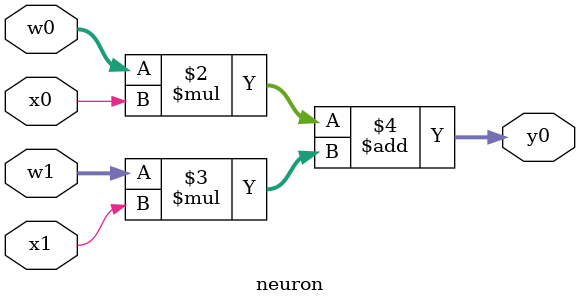
<source format=sv>
module neuron (
    input x0, x1,
    input [7:0] w0, w1,
    output logic [15:0] y0
);



    always_comb begin

        y0 = w0 * x0 + w1 * x1;

    end

endmodule
</source>
